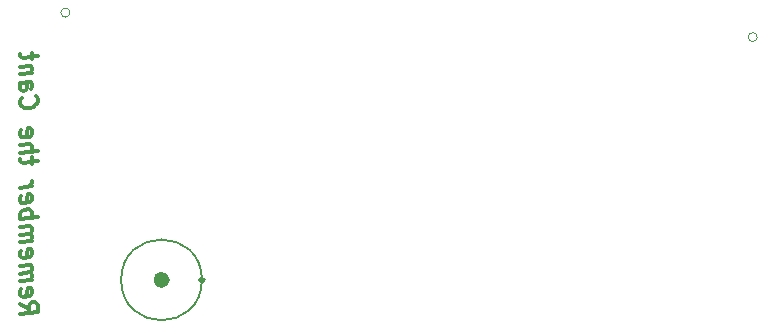
<source format=gbr>
%TF.GenerationSoftware,KiCad,Pcbnew,(6.0.0)*%
%TF.CreationDate,2022-02-03T11:31:48-05:00*%
%TF.ProjectId,PID_electronics,5049445f-656c-4656-9374-726f6e696373,rev?*%
%TF.SameCoordinates,Original*%
%TF.FileFunction,Legend,Bot*%
%TF.FilePolarity,Positive*%
%FSLAX46Y46*%
G04 Gerber Fmt 4.6, Leading zero omitted, Abs format (unit mm)*
G04 Created by KiCad (PCBNEW (6.0.0)) date 2022-02-03 11:31:48*
%MOMM*%
%LPD*%
G01*
G04 APERTURE LIST*
%ADD10C,0.710000*%
%ADD11C,0.325000*%
%ADD12C,0.150000*%
%ADD13C,0.300000*%
%ADD14C,0.120000*%
G04 APERTURE END LIST*
D10*
X103205000Y-96000000D02*
G75*
G03*
X103205000Y-96000000I-355000J0D01*
G01*
D11*
X106432079Y-96000000D02*
G75*
G03*
X106432079Y-96000000I-162500J0D01*
G01*
D12*
X106269580Y-96000000D02*
G75*
G03*
X106269580Y-96000000I-3419580J0D01*
G01*
D13*
X90888428Y-98036323D02*
X91602714Y-98447037D01*
X90888428Y-98893466D02*
X92388428Y-98705966D01*
X92388428Y-98134537D01*
X92317000Y-98000608D01*
X92245571Y-97938108D01*
X92102714Y-97884537D01*
X91888428Y-97911323D01*
X91745571Y-98000608D01*
X91674142Y-98080966D01*
X91602714Y-98232751D01*
X91602714Y-98804180D01*
X90959857Y-96813108D02*
X90888428Y-96964894D01*
X90888428Y-97250608D01*
X90959857Y-97384537D01*
X91102714Y-97438108D01*
X91674142Y-97366680D01*
X91817000Y-97277394D01*
X91888428Y-97125608D01*
X91888428Y-96839894D01*
X91817000Y-96705966D01*
X91674142Y-96652394D01*
X91531285Y-96670251D01*
X91388428Y-97402394D01*
X90888428Y-96107751D02*
X91888428Y-95982751D01*
X91745571Y-96000608D02*
X91817000Y-95920251D01*
X91888428Y-95768466D01*
X91888428Y-95554180D01*
X91817000Y-95420251D01*
X91674142Y-95366680D01*
X90888428Y-95464894D01*
X91674142Y-95366680D02*
X91817000Y-95277394D01*
X91888428Y-95125608D01*
X91888428Y-94911323D01*
X91817000Y-94777394D01*
X91674142Y-94723823D01*
X90888428Y-94822037D01*
X90959857Y-93527394D02*
X90888428Y-93679180D01*
X90888428Y-93964894D01*
X90959857Y-94098823D01*
X91102714Y-94152394D01*
X91674142Y-94080966D01*
X91817000Y-93991680D01*
X91888428Y-93839894D01*
X91888428Y-93554180D01*
X91817000Y-93420251D01*
X91674142Y-93366680D01*
X91531285Y-93384537D01*
X91388428Y-94116680D01*
X90888428Y-92822037D02*
X91888428Y-92697037D01*
X91745571Y-92714894D02*
X91817000Y-92634537D01*
X91888428Y-92482751D01*
X91888428Y-92268466D01*
X91817000Y-92134537D01*
X91674142Y-92080966D01*
X90888428Y-92179180D01*
X91674142Y-92080966D02*
X91817000Y-91991680D01*
X91888428Y-91839894D01*
X91888428Y-91625608D01*
X91817000Y-91491680D01*
X91674142Y-91438108D01*
X90888428Y-91536323D01*
X90888428Y-90822037D02*
X92388428Y-90634537D01*
X91817000Y-90705966D02*
X91888428Y-90554180D01*
X91888428Y-90268466D01*
X91817000Y-90134537D01*
X91745571Y-90072037D01*
X91602714Y-90018466D01*
X91174142Y-90072037D01*
X91031285Y-90161323D01*
X90959857Y-90241680D01*
X90888428Y-90393466D01*
X90888428Y-90679180D01*
X90959857Y-90813108D01*
X90959857Y-88884537D02*
X90888428Y-89036323D01*
X90888428Y-89322037D01*
X90959857Y-89455966D01*
X91102714Y-89509537D01*
X91674142Y-89438108D01*
X91817000Y-89348823D01*
X91888428Y-89197037D01*
X91888428Y-88911323D01*
X91817000Y-88777394D01*
X91674142Y-88723823D01*
X91531285Y-88741680D01*
X91388428Y-89473823D01*
X90888428Y-88179180D02*
X91888428Y-88054180D01*
X91602714Y-88089894D02*
X91745571Y-88000608D01*
X91817000Y-87920251D01*
X91888428Y-87768466D01*
X91888428Y-87625608D01*
X91888428Y-86197037D02*
X91888428Y-85625608D01*
X92388428Y-85920251D02*
X91102714Y-86080966D01*
X90959857Y-86027394D01*
X90888428Y-85893466D01*
X90888428Y-85750608D01*
X90888428Y-85250608D02*
X92388428Y-85063108D01*
X90888428Y-84607751D02*
X91674142Y-84509537D01*
X91817000Y-84563108D01*
X91888428Y-84697037D01*
X91888428Y-84911323D01*
X91817000Y-85063108D01*
X91745571Y-85143466D01*
X90959857Y-83313108D02*
X90888428Y-83464894D01*
X90888428Y-83750608D01*
X90959857Y-83884537D01*
X91102714Y-83938108D01*
X91674142Y-83866680D01*
X91817000Y-83777394D01*
X91888428Y-83625608D01*
X91888428Y-83339894D01*
X91817000Y-83205966D01*
X91674142Y-83152394D01*
X91531285Y-83170251D01*
X91388428Y-83902394D01*
X91031285Y-80589894D02*
X90959857Y-80670251D01*
X90888428Y-80893466D01*
X90888428Y-81036323D01*
X90959857Y-81241680D01*
X91102714Y-81366680D01*
X91245571Y-81420251D01*
X91531285Y-81455966D01*
X91745571Y-81429180D01*
X92031285Y-81322037D01*
X92174142Y-81232751D01*
X92317000Y-81072037D01*
X92388428Y-80848823D01*
X92388428Y-80705966D01*
X92317000Y-80500608D01*
X92245571Y-80438108D01*
X90888428Y-79322037D02*
X91674142Y-79223823D01*
X91817000Y-79277394D01*
X91888428Y-79411323D01*
X91888428Y-79697037D01*
X91817000Y-79848823D01*
X90959857Y-79313108D02*
X90888428Y-79464894D01*
X90888428Y-79822037D01*
X90959857Y-79955966D01*
X91102714Y-80009537D01*
X91245571Y-79991680D01*
X91388428Y-79902394D01*
X91459857Y-79750608D01*
X91459857Y-79393466D01*
X91531285Y-79241680D01*
X91888428Y-78482751D02*
X90888428Y-78607751D01*
X91745571Y-78500608D02*
X91817000Y-78420251D01*
X91888428Y-78268466D01*
X91888428Y-78054180D01*
X91817000Y-77920251D01*
X91674142Y-77866680D01*
X90888428Y-77964894D01*
X91888428Y-77339894D02*
X91888428Y-76768466D01*
X92388428Y-77063108D02*
X91102714Y-77223823D01*
X90959857Y-77170251D01*
X90888428Y-77036323D01*
X90888428Y-76893466D01*
D14*
%TO.C,J2*%
X153281000Y-75448500D02*
G75*
G03*
X153281000Y-75448500I-381000J0D01*
G01*
%TO.C,J1*%
X95089600Y-73369500D02*
G75*
G03*
X95089600Y-73369500I-381000J0D01*
G01*
%TD*%
M02*

</source>
